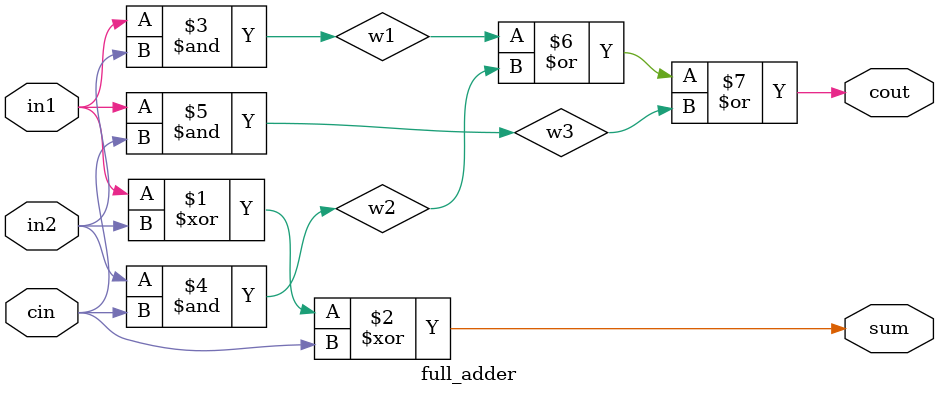
<source format=sv>
module full_adder(sum,cout,in1, in2, cin);
	input in1,in2,cin;
	output sum,cout;
    
  	wire in1,in2,cin,sum,cout;
  
  	wire w1,w2,w3;

  xor(sum,in1,in2,cin);
  and(w1,in1,in2);
  and(w2,in2,cin);
  and(w3,in1,cin);
  or(cout,w1,w2,w3);

endmodule

</source>
